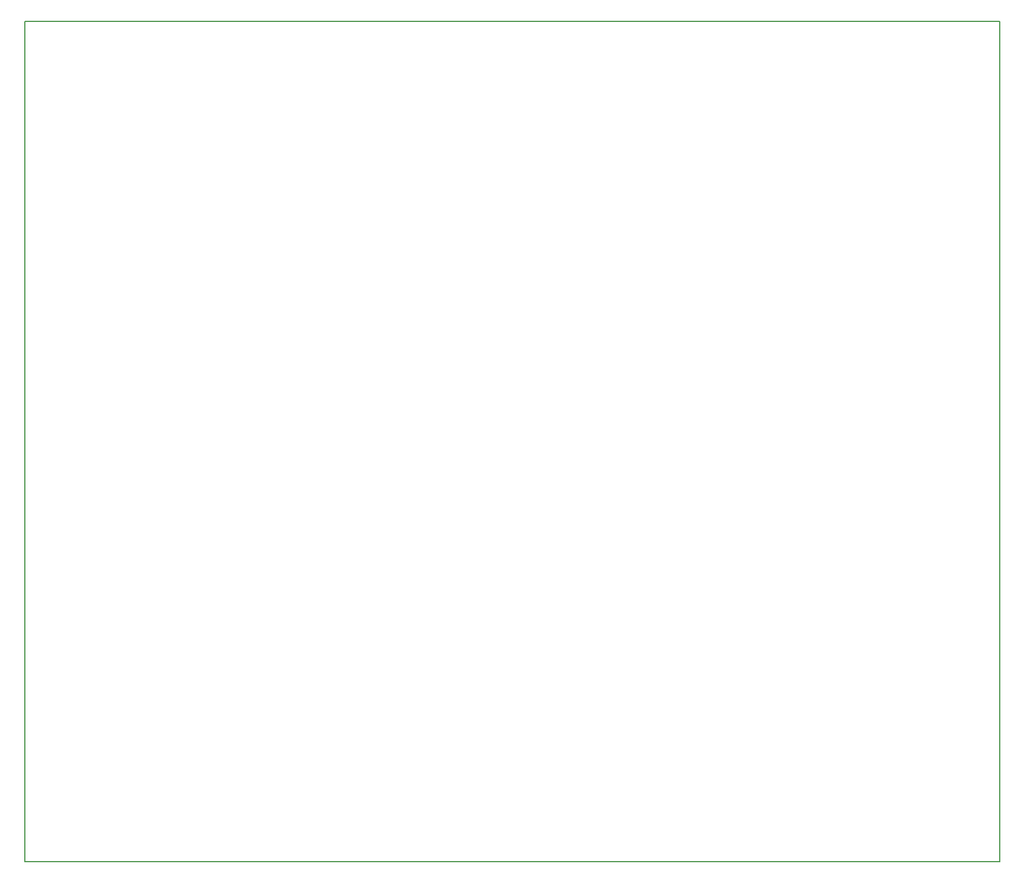
<source format=gbr>
G04 DipTrace 2.3.0.3*
%INBoardOutline.gbr*%
%MOIN*%
%ADD11C,0.0055*%
%FSLAX44Y44*%
G04*
G70*
G90*
G75*
G01*
%LNBoardOutline*%
%LPD*%
X60187Y52437D2*
D11*
X3937D1*
Y3937D1*
X60187D1*
Y52437D1*
M02*

</source>
